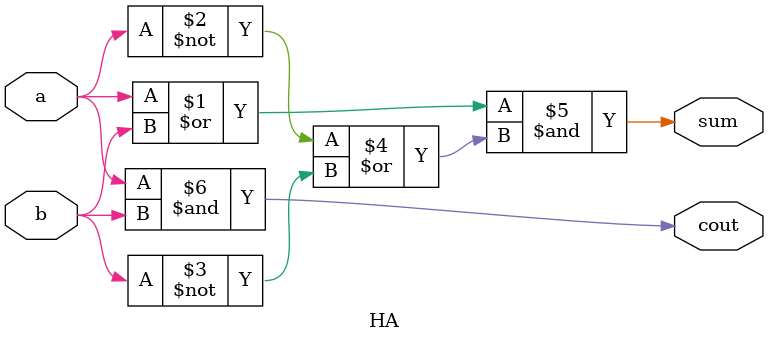
<source format=v>
module HA(input a,input b,output cout,output sum);
    assign sum=(a|b)&(~a|~b);
    assign cout=a&b;

endmodule
</source>
